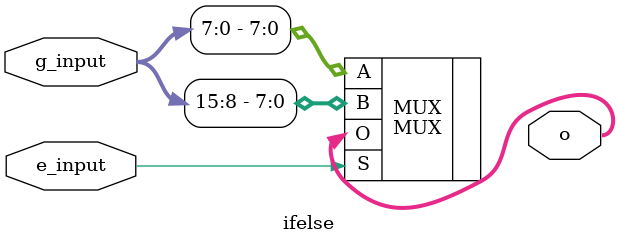
<source format=sv>
`timescale 1ns / 1ps

module ifelse #(parameter N = 8)( 
	input [2*N-1:0] g_input,
	input [0:0] e_input,
	output [N-1:0] o
);	
	
	MUX #(.N(N)) MUX(
		.A(g_input[N-1:0]),
		.B(g_input[2*N-1:N]),
		.S(e_input),
		.O(o)
	);

endmodule

</source>
